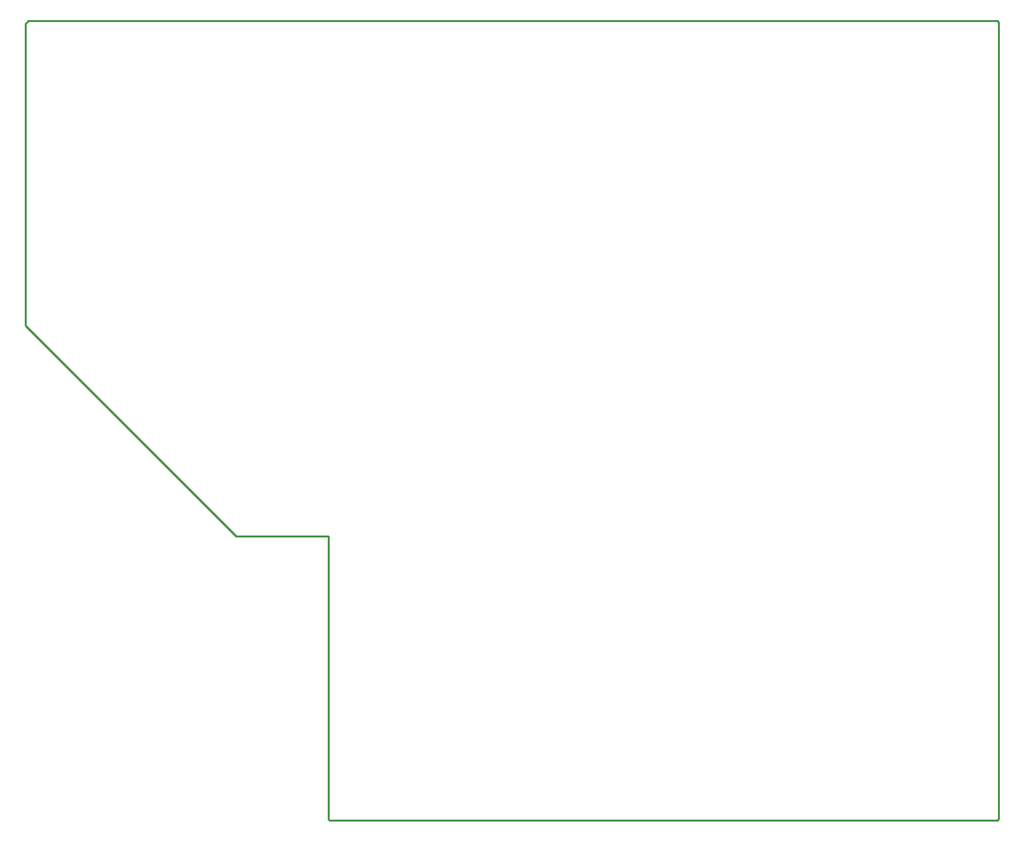
<source format=gko>
G04*
G04 #@! TF.GenerationSoftware,Altium Limited,Altium Designer,20.0.9 (164)*
G04*
G04 Layer_Color=16711935*
%FSLAX25Y25*%
%MOIN*%
G70*
G01*
G75*
%ADD17C,0.01000*%
D17*
X-750Y-750D02*
X750Y750D01*
X483750Y-397750D02*
X484250Y-397250D01*
X150750Y-397750D02*
X483750D01*
X750Y750D02*
X483750D01*
X484250Y250D01*
Y-397250D02*
Y250D01*
X150250Y-397250D02*
X150750Y-397750D01*
X150250Y-397250D02*
Y-256250D01*
X104250D02*
X150250D01*
X-750Y-151250D02*
X104250Y-256250D01*
X-750Y-151250D02*
Y-750D01*
M02*

</source>
